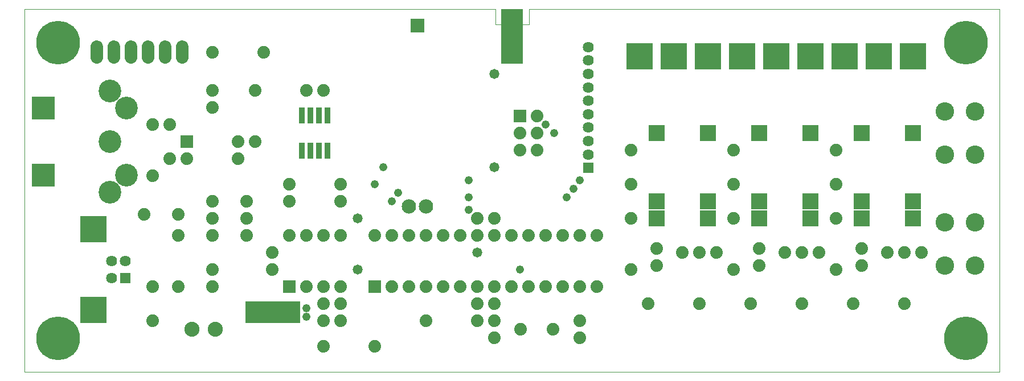
<source format=gts>
G75*
G70*
%OFA0B0*%
%FSLAX24Y24*%
%IPPOS*%
%LPD*%
%AMOC8*
5,1,8,0,0,1.08239X$1,22.5*
%
%ADD10C,0.0000*%
%ADD11C,0.0640*%
%ADD12R,0.0640X0.0640*%
%ADD13R,0.1580X0.1580*%
%ADD14C,0.0880*%
%ADD15C,0.0740*%
%ADD16R,0.0740X0.0740*%
%ADD17C,0.1330*%
%ADD18R,0.1330X0.1330*%
%ADD19R,0.0940X0.0940*%
%ADD20C,0.1080*%
%ADD21R,0.1261X0.3230*%
%ADD22R,0.0320X0.0950*%
%ADD23R,0.3230X0.1261*%
%ADD24C,0.0477*%
%ADD25C,0.0740*%
%ADD26R,0.0840X0.0840*%
%ADD27C,0.0840*%
%ADD28C,0.1340*%
%ADD29C,0.2559*%
%ADD30C,0.0476*%
%ADD31C,0.0580*%
D10*
X000232Y000101D02*
X000232Y021361D01*
X027791Y021361D01*
X027791Y020455D01*
X029759Y020455D01*
X029759Y021361D01*
X057318Y021361D01*
X057318Y000101D01*
X000232Y000101D01*
X001570Y002069D02*
X001572Y002119D01*
X001578Y002169D01*
X001588Y002218D01*
X001602Y002266D01*
X001619Y002313D01*
X001640Y002358D01*
X001665Y002402D01*
X001693Y002443D01*
X001725Y002482D01*
X001759Y002519D01*
X001796Y002553D01*
X001836Y002583D01*
X001878Y002610D01*
X001922Y002634D01*
X001968Y002655D01*
X002015Y002671D01*
X002063Y002684D01*
X002113Y002693D01*
X002162Y002698D01*
X002213Y002699D01*
X002263Y002696D01*
X002312Y002689D01*
X002361Y002678D01*
X002409Y002663D01*
X002455Y002645D01*
X002500Y002623D01*
X002543Y002597D01*
X002584Y002568D01*
X002623Y002536D01*
X002659Y002501D01*
X002691Y002463D01*
X002721Y002423D01*
X002748Y002380D01*
X002771Y002336D01*
X002790Y002290D01*
X002806Y002242D01*
X002818Y002193D01*
X002826Y002144D01*
X002830Y002094D01*
X002830Y002044D01*
X002826Y001994D01*
X002818Y001945D01*
X002806Y001896D01*
X002790Y001848D01*
X002771Y001802D01*
X002748Y001758D01*
X002721Y001715D01*
X002691Y001675D01*
X002659Y001637D01*
X002623Y001602D01*
X002584Y001570D01*
X002543Y001541D01*
X002500Y001515D01*
X002455Y001493D01*
X002409Y001475D01*
X002361Y001460D01*
X002312Y001449D01*
X002263Y001442D01*
X002213Y001439D01*
X002162Y001440D01*
X002113Y001445D01*
X002063Y001454D01*
X002015Y001467D01*
X001968Y001483D01*
X001922Y001504D01*
X001878Y001528D01*
X001836Y001555D01*
X001796Y001585D01*
X001759Y001619D01*
X001725Y001656D01*
X001693Y001695D01*
X001665Y001736D01*
X001640Y001780D01*
X001619Y001825D01*
X001602Y001872D01*
X001588Y001920D01*
X001578Y001969D01*
X001572Y002019D01*
X001570Y002069D01*
X001570Y019392D02*
X001572Y019442D01*
X001578Y019492D01*
X001588Y019541D01*
X001602Y019589D01*
X001619Y019636D01*
X001640Y019681D01*
X001665Y019725D01*
X001693Y019766D01*
X001725Y019805D01*
X001759Y019842D01*
X001796Y019876D01*
X001836Y019906D01*
X001878Y019933D01*
X001922Y019957D01*
X001968Y019978D01*
X002015Y019994D01*
X002063Y020007D01*
X002113Y020016D01*
X002162Y020021D01*
X002213Y020022D01*
X002263Y020019D01*
X002312Y020012D01*
X002361Y020001D01*
X002409Y019986D01*
X002455Y019968D01*
X002500Y019946D01*
X002543Y019920D01*
X002584Y019891D01*
X002623Y019859D01*
X002659Y019824D01*
X002691Y019786D01*
X002721Y019746D01*
X002748Y019703D01*
X002771Y019659D01*
X002790Y019613D01*
X002806Y019565D01*
X002818Y019516D01*
X002826Y019467D01*
X002830Y019417D01*
X002830Y019367D01*
X002826Y019317D01*
X002818Y019268D01*
X002806Y019219D01*
X002790Y019171D01*
X002771Y019125D01*
X002748Y019081D01*
X002721Y019038D01*
X002691Y018998D01*
X002659Y018960D01*
X002623Y018925D01*
X002584Y018893D01*
X002543Y018864D01*
X002500Y018838D01*
X002455Y018816D01*
X002409Y018798D01*
X002361Y018783D01*
X002312Y018772D01*
X002263Y018765D01*
X002213Y018762D01*
X002162Y018763D01*
X002113Y018768D01*
X002063Y018777D01*
X002015Y018790D01*
X001968Y018806D01*
X001922Y018827D01*
X001878Y018851D01*
X001836Y018878D01*
X001796Y018908D01*
X001759Y018942D01*
X001725Y018979D01*
X001693Y019018D01*
X001665Y019059D01*
X001640Y019103D01*
X001619Y019148D01*
X001602Y019195D01*
X001588Y019243D01*
X001578Y019292D01*
X001572Y019342D01*
X001570Y019392D01*
X054720Y019392D02*
X054722Y019442D01*
X054728Y019492D01*
X054738Y019541D01*
X054752Y019589D01*
X054769Y019636D01*
X054790Y019681D01*
X054815Y019725D01*
X054843Y019766D01*
X054875Y019805D01*
X054909Y019842D01*
X054946Y019876D01*
X054986Y019906D01*
X055028Y019933D01*
X055072Y019957D01*
X055118Y019978D01*
X055165Y019994D01*
X055213Y020007D01*
X055263Y020016D01*
X055312Y020021D01*
X055363Y020022D01*
X055413Y020019D01*
X055462Y020012D01*
X055511Y020001D01*
X055559Y019986D01*
X055605Y019968D01*
X055650Y019946D01*
X055693Y019920D01*
X055734Y019891D01*
X055773Y019859D01*
X055809Y019824D01*
X055841Y019786D01*
X055871Y019746D01*
X055898Y019703D01*
X055921Y019659D01*
X055940Y019613D01*
X055956Y019565D01*
X055968Y019516D01*
X055976Y019467D01*
X055980Y019417D01*
X055980Y019367D01*
X055976Y019317D01*
X055968Y019268D01*
X055956Y019219D01*
X055940Y019171D01*
X055921Y019125D01*
X055898Y019081D01*
X055871Y019038D01*
X055841Y018998D01*
X055809Y018960D01*
X055773Y018925D01*
X055734Y018893D01*
X055693Y018864D01*
X055650Y018838D01*
X055605Y018816D01*
X055559Y018798D01*
X055511Y018783D01*
X055462Y018772D01*
X055413Y018765D01*
X055363Y018762D01*
X055312Y018763D01*
X055263Y018768D01*
X055213Y018777D01*
X055165Y018790D01*
X055118Y018806D01*
X055072Y018827D01*
X055028Y018851D01*
X054986Y018878D01*
X054946Y018908D01*
X054909Y018942D01*
X054875Y018979D01*
X054843Y019018D01*
X054815Y019059D01*
X054790Y019103D01*
X054769Y019148D01*
X054752Y019195D01*
X054738Y019243D01*
X054728Y019292D01*
X054722Y019342D01*
X054720Y019392D01*
X054720Y002069D02*
X054722Y002119D01*
X054728Y002169D01*
X054738Y002218D01*
X054752Y002266D01*
X054769Y002313D01*
X054790Y002358D01*
X054815Y002402D01*
X054843Y002443D01*
X054875Y002482D01*
X054909Y002519D01*
X054946Y002553D01*
X054986Y002583D01*
X055028Y002610D01*
X055072Y002634D01*
X055118Y002655D01*
X055165Y002671D01*
X055213Y002684D01*
X055263Y002693D01*
X055312Y002698D01*
X055363Y002699D01*
X055413Y002696D01*
X055462Y002689D01*
X055511Y002678D01*
X055559Y002663D01*
X055605Y002645D01*
X055650Y002623D01*
X055693Y002597D01*
X055734Y002568D01*
X055773Y002536D01*
X055809Y002501D01*
X055841Y002463D01*
X055871Y002423D01*
X055898Y002380D01*
X055921Y002336D01*
X055940Y002290D01*
X055956Y002242D01*
X055968Y002193D01*
X055976Y002144D01*
X055980Y002094D01*
X055980Y002044D01*
X055976Y001994D01*
X055968Y001945D01*
X055956Y001896D01*
X055940Y001848D01*
X055921Y001802D01*
X055898Y001758D01*
X055871Y001715D01*
X055841Y001675D01*
X055809Y001637D01*
X055773Y001602D01*
X055734Y001570D01*
X055693Y001541D01*
X055650Y001515D01*
X055605Y001493D01*
X055559Y001475D01*
X055511Y001460D01*
X055462Y001449D01*
X055413Y001442D01*
X055363Y001439D01*
X055312Y001440D01*
X055263Y001445D01*
X055213Y001454D01*
X055165Y001467D01*
X055118Y001483D01*
X055072Y001504D01*
X055028Y001528D01*
X054986Y001555D01*
X054946Y001585D01*
X054909Y001619D01*
X054875Y001656D01*
X054843Y001695D01*
X054815Y001736D01*
X054790Y001780D01*
X054769Y001825D01*
X054752Y001872D01*
X054738Y001920D01*
X054728Y001969D01*
X054722Y002019D01*
X054720Y002069D01*
D11*
X033232Y012845D03*
X033232Y013632D03*
X033232Y014420D03*
X033232Y015207D03*
X033232Y015994D03*
X033232Y016782D03*
X033232Y017569D03*
X033232Y018357D03*
X033232Y019144D03*
X006126Y006593D03*
X005338Y006593D03*
X005338Y005609D03*
D12*
X006126Y005609D03*
X033232Y012057D03*
D13*
X036232Y018601D03*
X038232Y018601D03*
X040232Y018601D03*
X042232Y018601D03*
X044232Y018601D03*
X046232Y018601D03*
X048232Y018601D03*
X050232Y018601D03*
X052232Y018601D03*
X004271Y008471D03*
X004271Y003731D03*
D14*
X010043Y002601D03*
X011421Y002601D03*
D15*
X007732Y003101D03*
X007732Y005101D03*
X009232Y005101D03*
X011232Y005101D03*
X011232Y006101D03*
X014732Y006101D03*
X016732Y005101D03*
X017732Y005101D03*
X018732Y005101D03*
X018732Y004101D03*
X017732Y004101D03*
X017732Y003101D03*
X018732Y003101D03*
X017732Y001601D03*
X020732Y001601D03*
X023732Y003101D03*
X026732Y003101D03*
X027732Y003101D03*
X029282Y002601D03*
X027732Y002101D03*
X031182Y002601D03*
X032732Y002101D03*
X032732Y003101D03*
X036732Y004101D03*
X033732Y005101D03*
X032732Y005101D03*
X031732Y005101D03*
X030732Y005101D03*
X029732Y005101D03*
X028732Y005101D03*
X027732Y005101D03*
X026732Y005101D03*
X025732Y005101D03*
X024732Y005101D03*
X023732Y005101D03*
X022732Y005101D03*
X021732Y005101D03*
X026732Y004101D03*
X027732Y004101D03*
X035732Y006101D03*
X037232Y006351D03*
X038732Y007101D03*
X039732Y007101D03*
X040732Y007101D03*
X041732Y006101D03*
X043232Y006351D03*
X044732Y007101D03*
X045732Y007101D03*
X046732Y007101D03*
X049232Y007351D03*
X050732Y007101D03*
X051732Y007101D03*
X052732Y007101D03*
X049232Y006351D03*
X047732Y006101D03*
X043232Y007351D03*
X041732Y009101D03*
X037232Y007351D03*
X033732Y008101D03*
X032732Y008101D03*
X031732Y008101D03*
X030732Y008101D03*
X029732Y008101D03*
X028732Y008101D03*
X027732Y008101D03*
X026732Y008101D03*
X025732Y008101D03*
X024732Y008101D03*
X023732Y008101D03*
X022732Y008101D03*
X021732Y008101D03*
X020732Y008101D03*
X018732Y008101D03*
X017732Y008101D03*
X016732Y008101D03*
X015732Y008101D03*
X013232Y008101D03*
X013232Y009101D03*
X011232Y009101D03*
X009232Y009351D03*
X007232Y009351D03*
X009232Y008101D03*
X011232Y008101D03*
X014732Y007101D03*
X015732Y010101D03*
X015732Y011101D03*
X013232Y010101D03*
X011232Y010101D03*
X007732Y011601D03*
X008732Y012601D03*
X009732Y012601D03*
X012732Y012601D03*
X012732Y013601D03*
X013732Y013601D03*
X008732Y014601D03*
X007732Y014601D03*
X011232Y015601D03*
X011232Y016601D03*
X013732Y016601D03*
X016732Y016601D03*
X017732Y016601D03*
X014232Y018851D03*
X011232Y018851D03*
X029232Y014101D03*
X030232Y014101D03*
X030232Y015101D03*
X030232Y013101D03*
X029232Y013101D03*
X035732Y013101D03*
X035732Y011101D03*
X035732Y009101D03*
X041732Y011101D03*
X041732Y013101D03*
X047732Y013101D03*
X047732Y011101D03*
X047732Y009101D03*
X048732Y004101D03*
X045732Y004101D03*
X042732Y004101D03*
X039732Y004101D03*
X051732Y004101D03*
X027732Y009101D03*
X026732Y009101D03*
X018732Y010101D03*
X018732Y011101D03*
D16*
X009732Y013601D03*
X029232Y015101D03*
X020732Y005101D03*
X015732Y005101D03*
D17*
X005232Y010648D03*
X006216Y011632D03*
X005232Y013601D03*
X006216Y015569D03*
X005232Y016554D03*
D18*
X001334Y015569D03*
X001334Y011632D03*
D19*
X037232Y010101D03*
X037232Y009101D03*
X040232Y009101D03*
X040232Y010101D03*
X043232Y010101D03*
X043232Y009101D03*
X046232Y009101D03*
X046232Y010101D03*
X049232Y010101D03*
X049232Y009101D03*
X052232Y009101D03*
X052232Y010101D03*
X052232Y014101D03*
X049232Y014101D03*
X046232Y014101D03*
X043232Y014101D03*
X040232Y014101D03*
X037232Y014101D03*
D20*
X054096Y015380D03*
X055868Y015380D03*
X055868Y012821D03*
X054096Y012821D03*
X054096Y008880D03*
X055868Y008880D03*
X055868Y006321D03*
X054096Y006321D03*
D21*
X028775Y019776D03*
D22*
X017982Y015131D03*
X017482Y015131D03*
X016982Y015131D03*
X016482Y015131D03*
X016482Y013071D03*
X016982Y013071D03*
X017482Y013071D03*
X017982Y013071D03*
D23*
X014785Y003601D03*
D24*
X016732Y003851D03*
X016732Y003351D03*
D25*
X009482Y018521D02*
X009482Y019181D01*
X008482Y019181D02*
X008482Y018521D01*
X007482Y018521D02*
X007482Y019181D01*
X006482Y019181D02*
X006482Y018521D01*
X005482Y018521D02*
X005482Y019181D01*
X004482Y019181D02*
X004482Y018521D01*
D26*
X023232Y020396D03*
D27*
X022732Y009806D03*
X023732Y009806D03*
D28*
X002200Y002069D03*
X002200Y019392D03*
X055350Y019392D03*
X055350Y002069D03*
D29*
X055350Y002069D03*
X055350Y019392D03*
X002200Y019392D03*
X002200Y002069D03*
D30*
X021732Y010101D03*
X022107Y010601D03*
X020732Y011101D03*
X021232Y012101D03*
X026232Y011351D03*
X026232Y010351D03*
X026232Y009601D03*
X031982Y010351D03*
X032357Y010851D03*
X032732Y011351D03*
X031232Y014101D03*
X030732Y014601D03*
X029232Y006101D03*
D31*
X026732Y007101D03*
X019732Y006101D03*
X019732Y009101D03*
X027732Y012101D03*
X027732Y017569D03*
M02*

</source>
